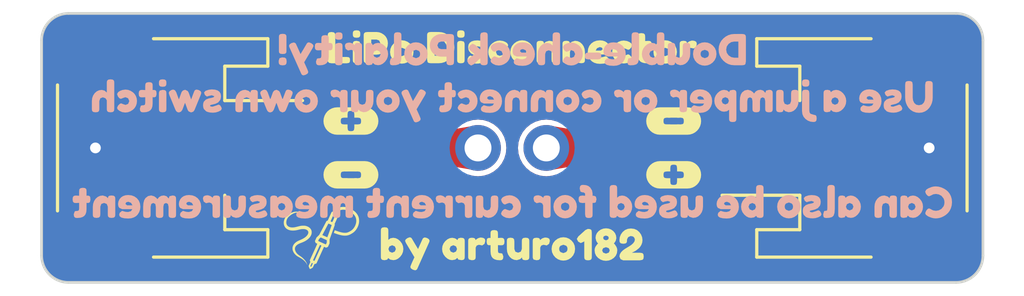
<source format=kicad_pcb>
(kicad_pcb (version 20221018) (generator pcbnew)
  (layers (0 "F.Cu" signal) (31 "B.Cu" signal) (34 "B.Paste" user) (35 "F.Paste" user) (36 "B.SilkS" user "B.Silkscreen") (37 "F.SilkS" user "F.Silkscreen") (38 "B.Mask" user) (39 "F.Mask" user) (44 "Edge.Cuts" user))
  (net 0 "")
  (net 1 "Net-(J1-Pin_1)")
  (net 2 "GND")
  (net 3 "Net-(J2-Pin_1)")
  (footprint "kibuzzard-62E1C2B7" (layer "F.Cu") (at 156.5 99.5)
    (fp_text reference "kibuzzard-62E1C2B7" hide)
    (fp_text value "G***" hide)
  )
  (footprint "Connector_PinHeader_2.54mm:PinHeader_1x02_P2.54mm_Vertical" (layer "F.Cu") (at 149.225 100.5 90)
    (fp_text reference "J3" hide)
    (fp_text value "Conn_Jumper")
    (pad "1" thru_hole circle (at 0 0 90) (size 1.7 1.7) (drill 1) (layers "*.Cu" "*.Mask") (net 1 "Net-(J1-Pin_1)"))
    (pad "2" thru_hole oval (at 0 2.54 90) (size 1.7 1.7) (drill 1) (layers "*.Cu" "*.Mask") (net 3 "Net-(J2-Pin_1)"))
  )
  (footprint "kibuzzard-62E1C3A6" (layer "F.Cu") (at 150.5 96.75)
    (fp_text reference "kibuzzard-62E1C3A6" hide)
    (fp_text value "G***" hide)
  )
  (footprint "kibuzzard-62E1C2B7" (layer "F.Cu") (at 144.5 99.5)
    (fp_text reference "kibuzzard-62E1C2B7" hide)
    (fp_text value "G***" hide)
  )
  (footprint "kibuzzard-62E1C2B7" (layer "F.Cu") (at 156.5 101.5)
    (fp_text reference "kibuzzard-62E1C2B7" hide)
    (fp_text value "G***" hide)
  )
  (footprint "kibuzzard-62E1C2B7" (layer "F.Cu") (at 144.5 101.5)
    (fp_text reference "kibuzzard-62E1C2B7" hide)
    (fp_text value "G***" hide)
  )
  (footprint "kibuzzard-62E1C4AB" (layer "F.Cu") (at 150.5 104.25)
    (fp_text reference "kibuzzard-62E1C4AB" hide)
    (fp_text value "G***" hide)
  )
  (footprint "Connector_JST:JST_PH_S2B-PH-SM4-TB_1x02-1MP_P2.00mm_Horizontal" (layer "F.Cu") (at 138.1 100.5 -90)
    (fp_text reference "J1" hide)
    (fp_text value "Conn_Batt1")
    (pad "1" smd roundrect (at -1 -2.85 270) (size 1 3.5) (layers "F.Cu" "F.Paste" "F.Mask") (net 1 "Net-(J1-Pin_1)"))
    (pad "2" smd roundrect (at 1 -2.85 270) (size 1 3.5) (layers "F.Cu" "F.Paste" "F.Mask") (net 2 "GND"))
    (pad "MP" smd roundrect (at -3.35 2.9 270) (size 1.5 3.4) (layers "F.Cu" "F.Paste" "F.Mask") (roundrect_rratio 0.1666673333))
    (pad "MP" smd roundrect (at 3.35 2.9 270) (size 1.5 3.4) (layers "F.Cu" "F.Paste" "F.Mask") (roundrect_rratio 0.1666673333))
  )
  (footprint "Symbols_Extra:SolderParty-New-Logo_3x2.5mm_SilkScreen" (layer "F.Cu") (at 143.5 103.75)
    (fp_text reference "G***" hide)
    (fp_text value "LOGO" hide)
  )
  (footprint "Connector_JST:JST_PH_S2B-PH-SM4-TB_1x02-1MP_P2.00mm_Horizontal" (layer "F.Cu") (at 162.9 100.5 90)
    (fp_text reference "J2" hide)
    (fp_text value "Conn_Batt2")
    (pad "1" smd roundrect (at -1 -2.85 90) (size 1 3.5) (layers "F.Cu" "F.Paste" "F.Mask") (net 3 "Net-(J2-Pin_1)"))
    (pad "2" smd roundrect (at 1 -2.85 90) (size 1 3.5) (layers "F.Cu" "F.Paste" "F.Mask") (net 2 "GND"))
    (pad "MP" smd roundrect (at -3.35 2.9 90) (size 1.5 3.4) (layers "F.Cu" "F.Paste" "F.Mask") (roundrect_rratio 0.1666673333))
    (pad "MP" smd roundrect (at 3.35 2.9 90) (size 1.5 3.4) (layers "F.Cu" "F.Paste" "F.Mask") (roundrect_rratio 0.1666673333))
  )
  (footprint "kibuzzard-62E2BF3F" (layer "B.Cu") (at 150.5 98.75 180)
    (fp_text reference "kibuzzard-62E2BF3F" hide)
    (fp_text value "G***" hide)
  )
  (footprint "kibuzzard-62E2BF4D" (layer "B.Cu") (at 150.5 102.5 180)
    (fp_text reference "kibuzzard-62E2BF4D" hide)
    (fp_text value "G***" hide)
  )
  (footprint "kibuzzard-62E2BF27" (layer "B.Cu") (at 150.5 97 180)
    (fp_text reference "kibuzzard-62E2BF27" hide)
    (fp_text value "G***" hide)
  )
  (gr_rect (start 144.3 101.7) (end 144.7 101.85) (stroke (width 0.15)) (fill none) (layer "F.SilkS"))
  (gr_rect (start 144.3 101.15) (end 144.7 101.3) (stroke (width 0.15)) (fill none) (layer "F.SilkS"))
  (gr_rect (start 156.3 99.15) (end 156.7 99.3) (stroke (width 0.15)) (fill none) (layer "F.SilkS"))
  (gr_rect (start 156.3 99.7) (end 156.7 99.85) (stroke (width 0.15)) (fill none) (layer "F.SilkS"))
  (gr_arc (start 167 95.5) (mid 167.707107 95.792893) (end 168 96.5) (stroke (width 0.1)) (layer "Edge.Cuts"))
  (gr_arc (start 134 105.5) (mid 133.292893 105.207107) (end 133 104.5) (stroke (width 0.1)) (layer "Edge.Cuts"))
  (gr_line (start 167 105.5) (end 134 105.5) (stroke (width 0.1)) (layer "Edge.Cuts"))
  (gr_line (start 168 96.5) (end 168 104.5) (stroke (width 0.1)) (layer "Edge.Cuts"))
  (gr_line (start 133 104.5) (end 133 96.5) (stroke (width 0.1)) (layer "Edge.Cuts"))
  (gr_arc (start 133 96.5) (mid 133.292893 95.792893) (end 134 95.5) (stroke (width 0.1)) (layer "Edge.Cuts"))
  (gr_line (start 134 95.5) (end 167 95.5) (stroke (width 0.1)) (layer "Edge.Cuts"))
  (gr_arc (start 168 104.5) (mid 167.707107 105.207107) (end 167 105.5) (stroke (width 0.1)) (layer "Edge.Cuts"))
  (segment (start 140.95 99.5) (end 145 99.5) (width 1) (layer "F.Cu") (net 1))
  (segment (start 145 99.5) (end 146 100.5) (width 1) (layer "F.Cu") (net 1))
  (segment (start 146 100.5) (end 149.225 100.5) (width 1) (layer "F.Cu") (net 1))
  (via (at 166 100.5) (size 0.8) (drill 0.4) (layers "F.Cu" "B.Cu") (net 2))
  (via (at 135 100.5) (size 0.8) (drill 0.4) (layers "F.Cu" "B.Cu") (net 2))
  (segment (start 156 101.5) (end 155 100.5) (width 1) (layer "F.Cu") (net 3))
  (segment (start 160.05 101.5) (end 156 101.5) (width 1) (layer "F.Cu") (net 3))
  (segment (start 155 100.5) (end 151.765 100.5) (width 1) (layer "F.Cu") (net 3))
  (zone (net 2) (net_name "GND") (layers "F&B.Cu") (connect_pads (clearance 0.2)) (min_thickness 0.3) (fill yes (thermal_gap 0.2) (thermal_bridge_width 0.508) (island_removal_mode 2) (island_area_min 10))
    (polygon (pts (xy 168.5 106) (xy 132.5 106) (xy 132.5 95) (xy 168.5 95)))
  )
)
</source>
